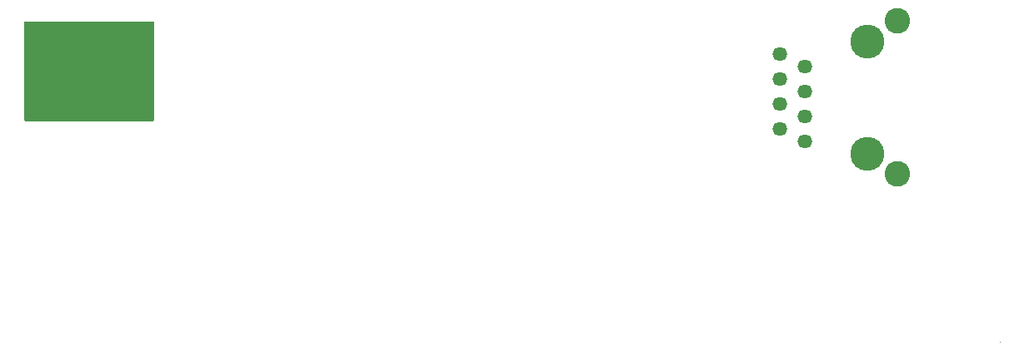
<source format=gbr>
G04 EAGLE Gerber RS-274X export*
G75*
%MOMM*%
%FSLAX34Y34*%
%LPD*%
%INSoldermask Top*%
%IPPOS*%
%AMOC8*
5,1,8,0,0,1.08239X$1,22.5*%
G01*
%ADD10C,0.100000*%
%ADD11C,1.461200*%
%ADD12C,2.603200*%
%ADD13C,3.453200*%

G36*
X220020Y249242D02*
X220020Y249242D01*
X220039Y249240D01*
X220141Y249262D01*
X220243Y249279D01*
X220260Y249288D01*
X220280Y249292D01*
X220369Y249345D01*
X220460Y249394D01*
X220474Y249408D01*
X220491Y249418D01*
X220558Y249497D01*
X220630Y249572D01*
X220638Y249590D01*
X220651Y249605D01*
X220690Y249701D01*
X220733Y249795D01*
X220735Y249815D01*
X220743Y249833D01*
X220761Y250000D01*
X220761Y350000D01*
X220758Y350020D01*
X220760Y350039D01*
X220738Y350141D01*
X220722Y350243D01*
X220712Y350260D01*
X220708Y350280D01*
X220655Y350369D01*
X220606Y350460D01*
X220592Y350474D01*
X220582Y350491D01*
X220503Y350558D01*
X220428Y350630D01*
X220410Y350638D01*
X220395Y350651D01*
X220299Y350690D01*
X220205Y350733D01*
X220185Y350735D01*
X220167Y350743D01*
X220000Y350761D01*
X90000Y350761D01*
X89980Y350758D01*
X89961Y350760D01*
X89859Y350738D01*
X89757Y350722D01*
X89740Y350712D01*
X89720Y350708D01*
X89631Y350655D01*
X89540Y350606D01*
X89526Y350592D01*
X89509Y350582D01*
X89442Y350503D01*
X89371Y350428D01*
X89362Y350410D01*
X89349Y350395D01*
X89310Y350299D01*
X89267Y350205D01*
X89265Y350185D01*
X89257Y350167D01*
X89239Y350000D01*
X89239Y250000D01*
X89242Y249980D01*
X89240Y249961D01*
X89262Y249859D01*
X89279Y249757D01*
X89288Y249740D01*
X89292Y249720D01*
X89345Y249631D01*
X89394Y249540D01*
X89408Y249526D01*
X89418Y249509D01*
X89497Y249442D01*
X89572Y249371D01*
X89590Y249362D01*
X89605Y249349D01*
X89701Y249310D01*
X89795Y249267D01*
X89815Y249265D01*
X89833Y249257D01*
X90000Y249239D01*
X220000Y249239D01*
X220020Y249242D01*
G37*
D10*
X1080100Y24850D02*
X1080100Y24215D01*
D11*
X882700Y228950D03*
X857300Y241650D03*
X882700Y254350D03*
X857300Y267050D03*
X882700Y279750D03*
X857300Y292450D03*
X882700Y305150D03*
X857300Y317850D03*
D12*
X976700Y195400D03*
X976700Y351400D03*
D13*
X946200Y216250D03*
X946200Y330550D03*
M02*

</source>
